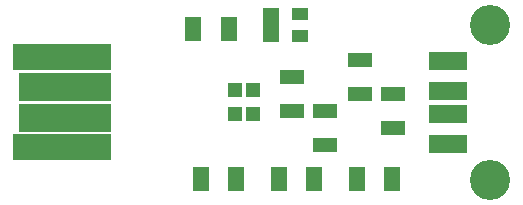
<source format=gts>
G04 #@! TF.FileFunction,Soldermask,Top*
%FSLAX46Y46*%
G04 Gerber Fmt 4.6, Leading zero omitted, Abs format (unit mm)*
G04 Created by KiCad (PCBNEW 4.0.1-2.fc23-product) date Tue 12 Jan 2016 10:32:47 PM CET*
%MOMM*%
G01*
G04 APERTURE LIST*
%ADD10C,0.100000*%
%ADD11R,1.400000X1.100000*%
%ADD12R,8.400000X2.300000*%
%ADD13R,7.900000X2.400000*%
%ADD14R,1.400000X2.000000*%
%ADD15R,1.200000X1.150000*%
%ADD16R,2.100000X1.300000*%
%ADD17C,3.400000*%
%ADD18R,3.280000X1.520000*%
G04 APERTURE END LIST*
D10*
D11*
X147714000Y-107696000D03*
X147714000Y-108646000D03*
X147714000Y-109596000D03*
X150114000Y-109596000D03*
X150114000Y-107696000D03*
D12*
X129995000Y-118999000D03*
X129995000Y-111379000D03*
D13*
X130245000Y-113889000D03*
X130245000Y-116489000D03*
D14*
X144121000Y-108966000D03*
X141121000Y-108966000D03*
X157964000Y-121666000D03*
X154964000Y-121666000D03*
X148360000Y-121666000D03*
X151360000Y-121666000D03*
X144756000Y-121666000D03*
X141756000Y-121666000D03*
D15*
X144677000Y-114173000D03*
X146177000Y-114173000D03*
X144677000Y-116205000D03*
X146177000Y-116205000D03*
D16*
X157988000Y-117348000D03*
X157988000Y-114448000D03*
X155194000Y-114480000D03*
X155194000Y-111580000D03*
X152273000Y-118798000D03*
X152273000Y-115898000D03*
X149479000Y-115930000D03*
X149479000Y-113030000D03*
D17*
X166243000Y-121759000D03*
X166243000Y-108619000D03*
D18*
X162663000Y-118689000D03*
X162663000Y-116189000D03*
X162663000Y-114189000D03*
X162663000Y-111689000D03*
M02*

</source>
